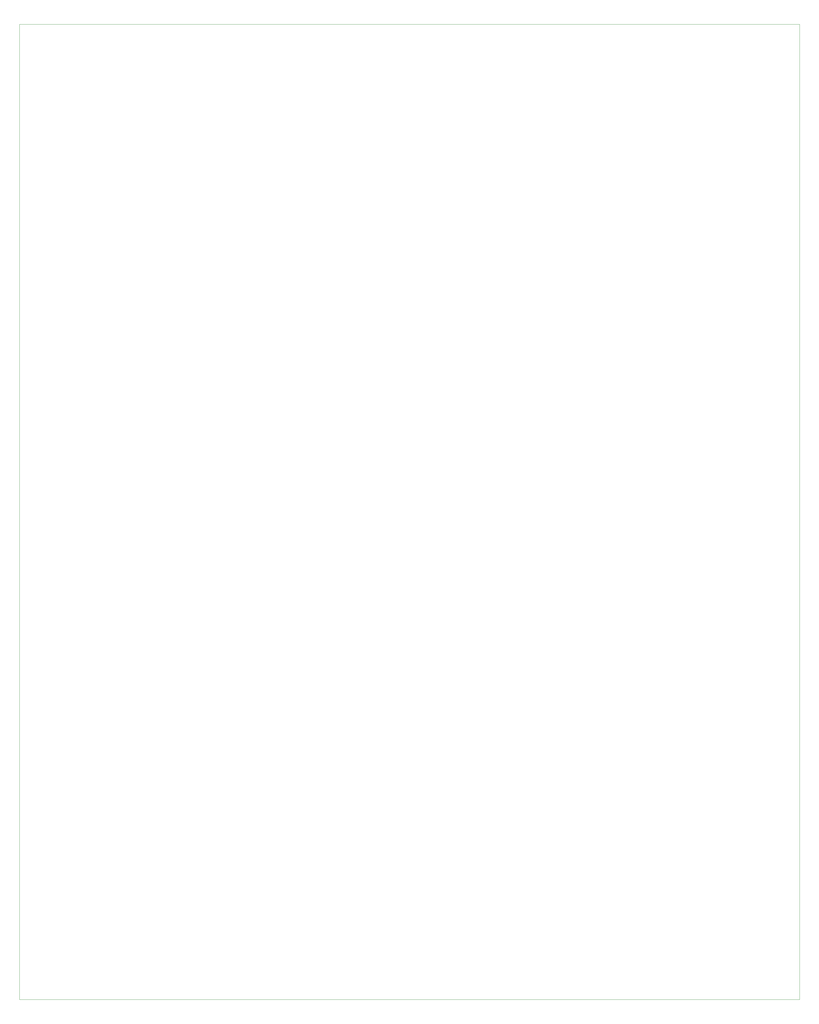
<source format=gbr>
%FSLAX34Y34*%
%MOMM*%
%LNOUTLINE*%
G71*
G01*
%ADD10C,0.002*%
%LPD*%
G54D10*
X-1485504Y2545398D02*
X994496Y2545398D01*
X994496Y-554602D01*
X-1485504Y-554602D01*
X-1485504Y2545398D01*
M02*

</source>
